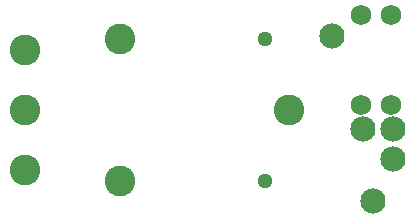
<source format=gbr>
G04 DipTrace 2.4.0.2*
%INBottomMask.gbr*%
%MOIN*%
%ADD19C,0.082*%
%ADD38C,0.069*%
%ADD40C,0.0512*%
%ADD42C,0.1024*%
%ADD50C,0.084*%
%FSLAX44Y44*%
G04*
G70*
G90*
G75*
G01*
%LNBotMask*%
%LPD*%
D50*
X19202Y9382D3*
Y8382D3*
X17162Y12492D3*
X18532Y6992D3*
X18222Y9382D3*
D42*
X10112Y12402D3*
Y7678D3*
D40*
X14955Y12402D3*
Y7678D3*
D42*
X15742Y10040D3*
X6952Y12042D3*
Y10042D3*
Y8042D3*
D38*
X18150Y10193D3*
X19150D3*
Y13193D3*
X18150D3*
D19*
X19212Y9382D3*
Y8392D3*
M02*

</source>
